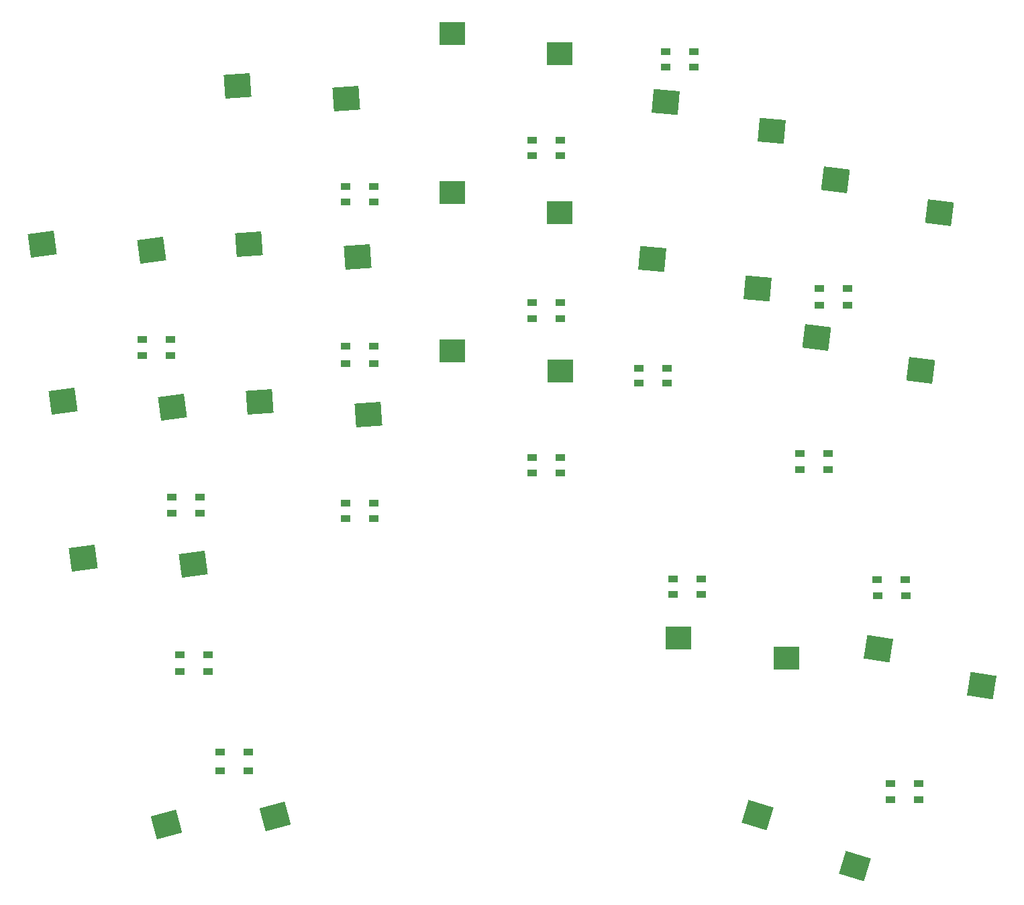
<source format=gbr>
%TF.GenerationSoftware,KiCad,Pcbnew,7.0.7*%
%TF.CreationDate,2024-06-25T00:35:16+09:00*%
%TF.ProjectId,hmproto34,686d7072-6f74-46f3-9334-2e6b69636164,rev?*%
%TF.SameCoordinates,Original*%
%TF.FileFunction,Paste,Top*%
%TF.FilePolarity,Positive*%
%FSLAX46Y46*%
G04 Gerber Fmt 4.6, Leading zero omitted, Abs format (unit mm)*
G04 Created by KiCad (PCBNEW 7.0.7) date 2024-06-25 00:35:16*
%MOMM*%
%LPD*%
G01*
G04 APERTURE LIST*
G04 Aperture macros list*
%AMRotRect*
0 Rectangle, with rotation*
0 The origin of the aperture is its center*
0 $1 length*
0 $2 width*
0 $3 Rotation angle, in degrees counterclockwise*
0 Add horizontal line*
21,1,$1,$2,0,0,$3*%
G04 Aperture macros list end*
%ADD10R,1.300000X0.950000*%
%ADD11R,3.300000X3.000000*%
%ADD12RotRect,3.300000X3.000000X353.000000*%
%ADD13RotRect,3.300000X3.000000X4.000000*%
%ADD14RotRect,3.300000X3.000000X7.500000*%
%ADD15RotRect,3.300000X3.000000X355.000000*%
%ADD16RotRect,3.300000X3.000000X343.000000*%
%ADD17RotRect,3.300000X3.000000X15.000000*%
%ADD18RotRect,3.300000X3.000000X351.000000*%
G04 APERTURE END LIST*
D10*
%TO.C,D20*%
X125010000Y-95110000D03*
X121460000Y-95110000D03*
%TD*%
%TO.C,D2*%
X57905000Y-43510000D03*
X54355000Y-43510000D03*
%TD*%
%TO.C,D31*%
X32280000Y-64860000D03*
X28730000Y-64860000D03*
%TD*%
%TO.C,D15*%
X124975000Y-93080000D03*
X121425000Y-93080000D03*
%TD*%
%TO.C,D28*%
X57905000Y-45430000D03*
X54355000Y-45430000D03*
%TD*%
%TO.C,D14*%
X99225000Y-93050000D03*
X95675000Y-93050000D03*
%TD*%
%TO.C,D29*%
X57905000Y-65800000D03*
X54355000Y-65800000D03*
%TD*%
%TO.C,D9*%
X94925000Y-66390000D03*
X91375000Y-66390000D03*
%TD*%
%TO.C,D17*%
X126640000Y-118850000D03*
X123090000Y-118850000D03*
%TD*%
%TO.C,D27*%
X81475000Y-79650000D03*
X77925000Y-79650000D03*
%TD*%
%TO.C,D19*%
X115205000Y-79230000D03*
X111655000Y-79230000D03*
%TD*%
%TO.C,D23*%
X94915000Y-68300000D03*
X91365000Y-68300000D03*
%TD*%
%TO.C,D5*%
X117670000Y-56370000D03*
X114120000Y-56370000D03*
%TD*%
%TO.C,D25*%
X81475000Y-39570000D03*
X77925000Y-39570000D03*
%TD*%
%TO.C,D34*%
X42085000Y-117240000D03*
X38535000Y-117240000D03*
%TD*%
%TO.C,D16*%
X42075000Y-114830000D03*
X38525000Y-114830000D03*
%TD*%
%TO.C,D6*%
X35945000Y-82700000D03*
X32395000Y-82700000D03*
%TD*%
%TO.C,D26*%
X81475000Y-60160000D03*
X77925000Y-60160000D03*
%TD*%
%TO.C,D30*%
X57905000Y-85360000D03*
X54355000Y-85360000D03*
%TD*%
%TO.C,D33*%
X36990000Y-104660000D03*
X33440000Y-104660000D03*
%TD*%
%TO.C,D21*%
X126645000Y-120870000D03*
X123095000Y-120870000D03*
%TD*%
%TO.C,D4*%
X98275000Y-26430000D03*
X94725000Y-26430000D03*
%TD*%
%TO.C,D12*%
X57905000Y-83460000D03*
X54355000Y-83460000D03*
%TD*%
%TO.C,D7*%
X57905000Y-63660000D03*
X54355000Y-63660000D03*
%TD*%
%TO.C,D22*%
X98265000Y-28390000D03*
X94715000Y-28390000D03*
%TD*%
%TO.C,D10*%
X115225000Y-77160000D03*
X111675000Y-77160000D03*
%TD*%
%TO.C,D1*%
X32270000Y-62780000D03*
X28720000Y-62780000D03*
%TD*%
%TO.C,D13*%
X81475000Y-77670000D03*
X77925000Y-77670000D03*
%TD*%
%TO.C,D11*%
X37005000Y-102600000D03*
X33455000Y-102600000D03*
%TD*%
%TO.C,D3*%
X81475000Y-37630000D03*
X77925000Y-37630000D03*
%TD*%
%TO.C,D32*%
X35945000Y-84750000D03*
X32395000Y-84750000D03*
%TD*%
%TO.C,D24*%
X99225000Y-95000000D03*
X95675000Y-95000000D03*
%TD*%
%TO.C,D18*%
X117675000Y-58440000D03*
X114125000Y-58440000D03*
%TD*%
%TO.C,D8*%
X81475000Y-58100000D03*
X77925000Y-58100000D03*
%TD*%
D11*
%TO.C,SW26*%
X81380000Y-26700000D03*
X67780000Y-24160000D03*
%TD*%
%TO.C,SW25*%
X109960000Y-102970000D03*
X96360000Y-100430000D03*
%TD*%
D12*
%TO.C,SW19*%
X126951026Y-66706253D03*
X113761946Y-62527763D03*
%TD*%
D13*
%TO.C,SW29*%
X54469506Y-32352236D03*
X40725453Y-30767111D03*
%TD*%
D14*
%TO.C,SW32*%
X29869506Y-51499652D03*
X16054320Y-50756539D03*
%TD*%
%TO.C,SW34*%
X35099506Y-91109652D03*
X21284320Y-90366539D03*
%TD*%
D13*
%TO.C,SW30*%
X55871881Y-52356599D03*
X42127828Y-50771474D03*
%TD*%
D14*
%TO.C,SW33*%
X32502966Y-71312725D03*
X18687780Y-70569612D03*
%TD*%
D15*
%TO.C,SW24*%
X106345844Y-56366377D03*
X93018971Y-52650724D03*
%TD*%
D16*
%TO.C,SW22*%
X118638789Y-129210903D03*
X106375669Y-122805634D03*
%TD*%
D11*
%TO.C,SW28*%
X81410000Y-66768000D03*
X67810000Y-64228000D03*
%TD*%
D12*
%TO.C,SW18*%
X129308892Y-46807157D03*
X116119812Y-42628667D03*
%TD*%
D17*
%TO.C,SW35*%
X45496647Y-122959212D03*
X31702654Y-124025700D03*
%TD*%
D18*
%TO.C,SW21*%
X134644422Y-106482514D03*
X121609204Y-101846276D03*
%TD*%
D11*
%TO.C,SW27*%
X81390000Y-46770000D03*
X67790000Y-44230000D03*
%TD*%
D15*
%TO.C,SW23*%
X108076513Y-36489128D03*
X94749640Y-32773475D03*
%TD*%
D13*
%TO.C,SW31*%
X57251881Y-72276599D03*
X43507828Y-70691474D03*
%TD*%
M02*

</source>
